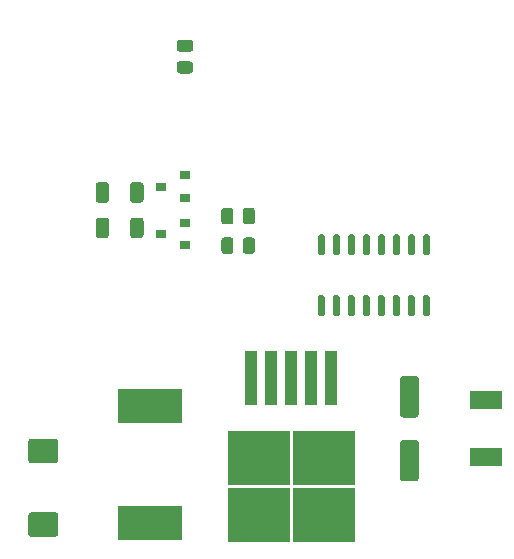
<source format=gtp>
%TF.GenerationSoftware,KiCad,Pcbnew,5.1.9*%
%TF.CreationDate,2021-05-01T23:47:16+02:00*%
%TF.ProjectId,nfc_reader,6e66635f-7265-4616-9465-722e6b696361,rev?*%
%TF.SameCoordinates,Original*%
%TF.FileFunction,Paste,Top*%
%TF.FilePolarity,Positive*%
%FSLAX46Y46*%
G04 Gerber Fmt 4.6, Leading zero omitted, Abs format (unit mm)*
G04 Created by KiCad (PCBNEW 5.1.9) date 2021-05-01 23:47:16*
%MOMM*%
%LPD*%
G01*
G04 APERTURE LIST*
%ADD10R,5.250000X4.550000*%
%ADD11R,1.100000X4.600000*%
%ADD12R,0.900000X0.800000*%
%ADD13R,5.400000X2.900000*%
%ADD14R,2.700000X1.500000*%
G04 APERTURE END LIST*
D10*
%TO.C,U2*%
X129725000Y-133950000D03*
X135275000Y-138800000D03*
X135275000Y-133950000D03*
X129725000Y-138800000D03*
D11*
X129100000Y-127225000D03*
X130800000Y-127225000D03*
X132500000Y-127225000D03*
X134200000Y-127225000D03*
X135900000Y-127225000D03*
%TD*%
%TO.C,U1*%
G36*
G01*
X143795000Y-120200000D02*
X144095000Y-120200000D01*
G75*
G02*
X144245000Y-120350000I0J-150000D01*
G01*
X144245000Y-121800000D01*
G75*
G02*
X144095000Y-121950000I-150000J0D01*
G01*
X143795000Y-121950000D01*
G75*
G02*
X143645000Y-121800000I0J150000D01*
G01*
X143645000Y-120350000D01*
G75*
G02*
X143795000Y-120200000I150000J0D01*
G01*
G37*
G36*
G01*
X142525000Y-120200000D02*
X142825000Y-120200000D01*
G75*
G02*
X142975000Y-120350000I0J-150000D01*
G01*
X142975000Y-121800000D01*
G75*
G02*
X142825000Y-121950000I-150000J0D01*
G01*
X142525000Y-121950000D01*
G75*
G02*
X142375000Y-121800000I0J150000D01*
G01*
X142375000Y-120350000D01*
G75*
G02*
X142525000Y-120200000I150000J0D01*
G01*
G37*
G36*
G01*
X141255000Y-120200000D02*
X141555000Y-120200000D01*
G75*
G02*
X141705000Y-120350000I0J-150000D01*
G01*
X141705000Y-121800000D01*
G75*
G02*
X141555000Y-121950000I-150000J0D01*
G01*
X141255000Y-121950000D01*
G75*
G02*
X141105000Y-121800000I0J150000D01*
G01*
X141105000Y-120350000D01*
G75*
G02*
X141255000Y-120200000I150000J0D01*
G01*
G37*
G36*
G01*
X139985000Y-120200000D02*
X140285000Y-120200000D01*
G75*
G02*
X140435000Y-120350000I0J-150000D01*
G01*
X140435000Y-121800000D01*
G75*
G02*
X140285000Y-121950000I-150000J0D01*
G01*
X139985000Y-121950000D01*
G75*
G02*
X139835000Y-121800000I0J150000D01*
G01*
X139835000Y-120350000D01*
G75*
G02*
X139985000Y-120200000I150000J0D01*
G01*
G37*
G36*
G01*
X138715000Y-120200000D02*
X139015000Y-120200000D01*
G75*
G02*
X139165000Y-120350000I0J-150000D01*
G01*
X139165000Y-121800000D01*
G75*
G02*
X139015000Y-121950000I-150000J0D01*
G01*
X138715000Y-121950000D01*
G75*
G02*
X138565000Y-121800000I0J150000D01*
G01*
X138565000Y-120350000D01*
G75*
G02*
X138715000Y-120200000I150000J0D01*
G01*
G37*
G36*
G01*
X137445000Y-120200000D02*
X137745000Y-120200000D01*
G75*
G02*
X137895000Y-120350000I0J-150000D01*
G01*
X137895000Y-121800000D01*
G75*
G02*
X137745000Y-121950000I-150000J0D01*
G01*
X137445000Y-121950000D01*
G75*
G02*
X137295000Y-121800000I0J150000D01*
G01*
X137295000Y-120350000D01*
G75*
G02*
X137445000Y-120200000I150000J0D01*
G01*
G37*
G36*
G01*
X136175000Y-120200000D02*
X136475000Y-120200000D01*
G75*
G02*
X136625000Y-120350000I0J-150000D01*
G01*
X136625000Y-121800000D01*
G75*
G02*
X136475000Y-121950000I-150000J0D01*
G01*
X136175000Y-121950000D01*
G75*
G02*
X136025000Y-121800000I0J150000D01*
G01*
X136025000Y-120350000D01*
G75*
G02*
X136175000Y-120200000I150000J0D01*
G01*
G37*
G36*
G01*
X134905000Y-120200000D02*
X135205000Y-120200000D01*
G75*
G02*
X135355000Y-120350000I0J-150000D01*
G01*
X135355000Y-121800000D01*
G75*
G02*
X135205000Y-121950000I-150000J0D01*
G01*
X134905000Y-121950000D01*
G75*
G02*
X134755000Y-121800000I0J150000D01*
G01*
X134755000Y-120350000D01*
G75*
G02*
X134905000Y-120200000I150000J0D01*
G01*
G37*
G36*
G01*
X134905000Y-115050000D02*
X135205000Y-115050000D01*
G75*
G02*
X135355000Y-115200000I0J-150000D01*
G01*
X135355000Y-116650000D01*
G75*
G02*
X135205000Y-116800000I-150000J0D01*
G01*
X134905000Y-116800000D01*
G75*
G02*
X134755000Y-116650000I0J150000D01*
G01*
X134755000Y-115200000D01*
G75*
G02*
X134905000Y-115050000I150000J0D01*
G01*
G37*
G36*
G01*
X136175000Y-115050000D02*
X136475000Y-115050000D01*
G75*
G02*
X136625000Y-115200000I0J-150000D01*
G01*
X136625000Y-116650000D01*
G75*
G02*
X136475000Y-116800000I-150000J0D01*
G01*
X136175000Y-116800000D01*
G75*
G02*
X136025000Y-116650000I0J150000D01*
G01*
X136025000Y-115200000D01*
G75*
G02*
X136175000Y-115050000I150000J0D01*
G01*
G37*
G36*
G01*
X137445000Y-115050000D02*
X137745000Y-115050000D01*
G75*
G02*
X137895000Y-115200000I0J-150000D01*
G01*
X137895000Y-116650000D01*
G75*
G02*
X137745000Y-116800000I-150000J0D01*
G01*
X137445000Y-116800000D01*
G75*
G02*
X137295000Y-116650000I0J150000D01*
G01*
X137295000Y-115200000D01*
G75*
G02*
X137445000Y-115050000I150000J0D01*
G01*
G37*
G36*
G01*
X138715000Y-115050000D02*
X139015000Y-115050000D01*
G75*
G02*
X139165000Y-115200000I0J-150000D01*
G01*
X139165000Y-116650000D01*
G75*
G02*
X139015000Y-116800000I-150000J0D01*
G01*
X138715000Y-116800000D01*
G75*
G02*
X138565000Y-116650000I0J150000D01*
G01*
X138565000Y-115200000D01*
G75*
G02*
X138715000Y-115050000I150000J0D01*
G01*
G37*
G36*
G01*
X139985000Y-115050000D02*
X140285000Y-115050000D01*
G75*
G02*
X140435000Y-115200000I0J-150000D01*
G01*
X140435000Y-116650000D01*
G75*
G02*
X140285000Y-116800000I-150000J0D01*
G01*
X139985000Y-116800000D01*
G75*
G02*
X139835000Y-116650000I0J150000D01*
G01*
X139835000Y-115200000D01*
G75*
G02*
X139985000Y-115050000I150000J0D01*
G01*
G37*
G36*
G01*
X141255000Y-115050000D02*
X141555000Y-115050000D01*
G75*
G02*
X141705000Y-115200000I0J-150000D01*
G01*
X141705000Y-116650000D01*
G75*
G02*
X141555000Y-116800000I-150000J0D01*
G01*
X141255000Y-116800000D01*
G75*
G02*
X141105000Y-116650000I0J150000D01*
G01*
X141105000Y-115200000D01*
G75*
G02*
X141255000Y-115050000I150000J0D01*
G01*
G37*
G36*
G01*
X142525000Y-115050000D02*
X142825000Y-115050000D01*
G75*
G02*
X142975000Y-115200000I0J-150000D01*
G01*
X142975000Y-116650000D01*
G75*
G02*
X142825000Y-116800000I-150000J0D01*
G01*
X142525000Y-116800000D01*
G75*
G02*
X142375000Y-116650000I0J150000D01*
G01*
X142375000Y-115200000D01*
G75*
G02*
X142525000Y-115050000I150000J0D01*
G01*
G37*
G36*
G01*
X143795000Y-115050000D02*
X144095000Y-115050000D01*
G75*
G02*
X144245000Y-115200000I0J-150000D01*
G01*
X144245000Y-116650000D01*
G75*
G02*
X144095000Y-116800000I-150000J0D01*
G01*
X143795000Y-116800000D01*
G75*
G02*
X143645000Y-116650000I0J150000D01*
G01*
X143645000Y-115200000D01*
G75*
G02*
X143795000Y-115050000I150000J0D01*
G01*
G37*
%TD*%
%TO.C,R5*%
G36*
G01*
X127600000Y-113049999D02*
X127600000Y-113950001D01*
G75*
G02*
X127350001Y-114200000I-249999J0D01*
G01*
X126824999Y-114200000D01*
G75*
G02*
X126575000Y-113950001I0J249999D01*
G01*
X126575000Y-113049999D01*
G75*
G02*
X126824999Y-112800000I249999J0D01*
G01*
X127350001Y-112800000D01*
G75*
G02*
X127600000Y-113049999I0J-249999D01*
G01*
G37*
G36*
G01*
X129425000Y-113049999D02*
X129425000Y-113950001D01*
G75*
G02*
X129175001Y-114200000I-249999J0D01*
G01*
X128649999Y-114200000D01*
G75*
G02*
X128400000Y-113950001I0J249999D01*
G01*
X128400000Y-113049999D01*
G75*
G02*
X128649999Y-112800000I249999J0D01*
G01*
X129175001Y-112800000D01*
G75*
G02*
X129425000Y-113049999I0J-249999D01*
G01*
G37*
%TD*%
%TO.C,R4*%
G36*
G01*
X127600000Y-115549999D02*
X127600000Y-116450001D01*
G75*
G02*
X127350001Y-116700000I-249999J0D01*
G01*
X126824999Y-116700000D01*
G75*
G02*
X126575000Y-116450001I0J249999D01*
G01*
X126575000Y-115549999D01*
G75*
G02*
X126824999Y-115300000I249999J0D01*
G01*
X127350001Y-115300000D01*
G75*
G02*
X127600000Y-115549999I0J-249999D01*
G01*
G37*
G36*
G01*
X129425000Y-115549999D02*
X129425000Y-116450001D01*
G75*
G02*
X129175001Y-116700000I-249999J0D01*
G01*
X128649999Y-116700000D01*
G75*
G02*
X128400000Y-116450001I0J249999D01*
G01*
X128400000Y-115549999D01*
G75*
G02*
X128649999Y-115300000I249999J0D01*
G01*
X129175001Y-115300000D01*
G75*
G02*
X129425000Y-115549999I0J-249999D01*
G01*
G37*
%TD*%
%TO.C,R3*%
G36*
G01*
X123950001Y-99600000D02*
X123049999Y-99600000D01*
G75*
G02*
X122800000Y-99350001I0J249999D01*
G01*
X122800000Y-98824999D01*
G75*
G02*
X123049999Y-98575000I249999J0D01*
G01*
X123950001Y-98575000D01*
G75*
G02*
X124200000Y-98824999I0J-249999D01*
G01*
X124200000Y-99350001D01*
G75*
G02*
X123950001Y-99600000I-249999J0D01*
G01*
G37*
G36*
G01*
X123950001Y-101425000D02*
X123049999Y-101425000D01*
G75*
G02*
X122800000Y-101175001I0J249999D01*
G01*
X122800000Y-100649999D01*
G75*
G02*
X123049999Y-100400000I249999J0D01*
G01*
X123950001Y-100400000D01*
G75*
G02*
X124200000Y-100649999I0J-249999D01*
G01*
X124200000Y-101175001D01*
G75*
G02*
X123950001Y-101425000I-249999J0D01*
G01*
G37*
%TD*%
%TO.C,R2*%
G36*
G01*
X117062500Y-110874999D02*
X117062500Y-112125001D01*
G75*
G02*
X116812501Y-112375000I-249999J0D01*
G01*
X116187499Y-112375000D01*
G75*
G02*
X115937500Y-112125001I0J249999D01*
G01*
X115937500Y-110874999D01*
G75*
G02*
X116187499Y-110625000I249999J0D01*
G01*
X116812501Y-110625000D01*
G75*
G02*
X117062500Y-110874999I0J-249999D01*
G01*
G37*
G36*
G01*
X119987500Y-110874999D02*
X119987500Y-112125001D01*
G75*
G02*
X119737501Y-112375000I-249999J0D01*
G01*
X119112499Y-112375000D01*
G75*
G02*
X118862500Y-112125001I0J249999D01*
G01*
X118862500Y-110874999D01*
G75*
G02*
X119112499Y-110625000I249999J0D01*
G01*
X119737501Y-110625000D01*
G75*
G02*
X119987500Y-110874999I0J-249999D01*
G01*
G37*
%TD*%
%TO.C,R1*%
G36*
G01*
X117062500Y-113874999D02*
X117062500Y-115125001D01*
G75*
G02*
X116812501Y-115375000I-249999J0D01*
G01*
X116187499Y-115375000D01*
G75*
G02*
X115937500Y-115125001I0J249999D01*
G01*
X115937500Y-113874999D01*
G75*
G02*
X116187499Y-113625000I249999J0D01*
G01*
X116812501Y-113625000D01*
G75*
G02*
X117062500Y-113874999I0J-249999D01*
G01*
G37*
G36*
G01*
X119987500Y-113874999D02*
X119987500Y-115125001D01*
G75*
G02*
X119737501Y-115375000I-249999J0D01*
G01*
X119112499Y-115375000D01*
G75*
G02*
X118862500Y-115125001I0J249999D01*
G01*
X118862500Y-113874999D01*
G75*
G02*
X119112499Y-113625000I249999J0D01*
G01*
X119737501Y-113625000D01*
G75*
G02*
X119987500Y-113874999I0J-249999D01*
G01*
G37*
%TD*%
D12*
%TO.C,Q2*%
X121500000Y-111000000D03*
X123500000Y-110050000D03*
X123500000Y-111950000D03*
%TD*%
%TO.C,Q1*%
X121500000Y-115000000D03*
X123500000Y-114050000D03*
X123500000Y-115950000D03*
%TD*%
D13*
%TO.C,L1*%
X120500000Y-139450000D03*
X120500000Y-129550000D03*
%TD*%
D14*
%TO.C,D3*%
X149000000Y-133900000D03*
X149000000Y-129100000D03*
%TD*%
%TO.C,C2*%
G36*
G01*
X112525000Y-134425000D02*
X110475000Y-134425000D01*
G75*
G02*
X110225000Y-134175000I0J250000D01*
G01*
X110225000Y-132600000D01*
G75*
G02*
X110475000Y-132350000I250000J0D01*
G01*
X112525000Y-132350000D01*
G75*
G02*
X112775000Y-132600000I0J-250000D01*
G01*
X112775000Y-134175000D01*
G75*
G02*
X112525000Y-134425000I-250000J0D01*
G01*
G37*
G36*
G01*
X112525000Y-140650000D02*
X110475000Y-140650000D01*
G75*
G02*
X110225000Y-140400000I0J250000D01*
G01*
X110225000Y-138825000D01*
G75*
G02*
X110475000Y-138575000I250000J0D01*
G01*
X112525000Y-138575000D01*
G75*
G02*
X112775000Y-138825000I0J-250000D01*
G01*
X112775000Y-140400000D01*
G75*
G02*
X112525000Y-140650000I-250000J0D01*
G01*
G37*
%TD*%
%TO.C,C1*%
G36*
G01*
X141950000Y-132450000D02*
X143050000Y-132450000D01*
G75*
G02*
X143300000Y-132700000I0J-250000D01*
G01*
X143300000Y-135700000D01*
G75*
G02*
X143050000Y-135950000I-250000J0D01*
G01*
X141950000Y-135950000D01*
G75*
G02*
X141700000Y-135700000I0J250000D01*
G01*
X141700000Y-132700000D01*
G75*
G02*
X141950000Y-132450000I250000J0D01*
G01*
G37*
G36*
G01*
X141950000Y-127050000D02*
X143050000Y-127050000D01*
G75*
G02*
X143300000Y-127300000I0J-250000D01*
G01*
X143300000Y-130300000D01*
G75*
G02*
X143050000Y-130550000I-250000J0D01*
G01*
X141950000Y-130550000D01*
G75*
G02*
X141700000Y-130300000I0J250000D01*
G01*
X141700000Y-127300000D01*
G75*
G02*
X141950000Y-127050000I250000J0D01*
G01*
G37*
%TD*%
M02*

</source>
